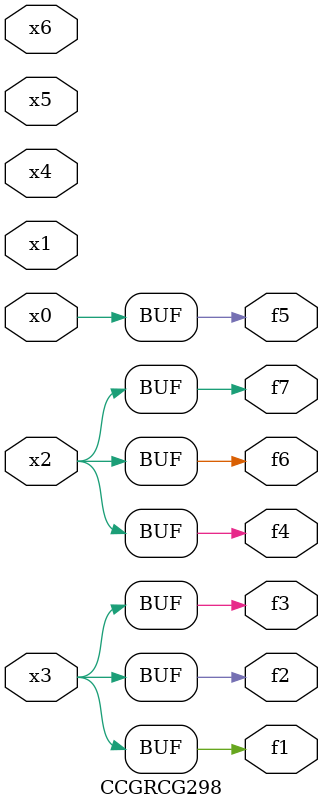
<source format=v>
module CCGRCG298(
	input x0, x1, x2, x3, x4, x5, x6,
	output f1, f2, f3, f4, f5, f6, f7
);
	assign f1 = x3;
	assign f2 = x3;
	assign f3 = x3;
	assign f4 = x2;
	assign f5 = x0;
	assign f6 = x2;
	assign f7 = x2;
endmodule

</source>
